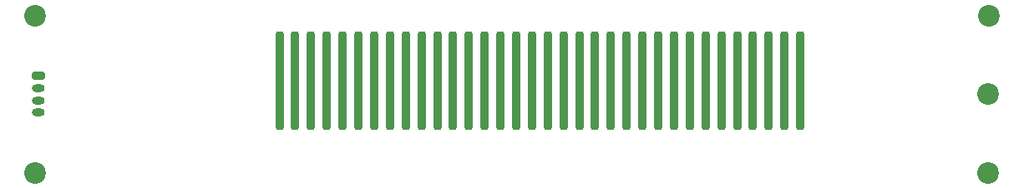
<source format=gbr>
%TF.GenerationSoftware,KiCad,Pcbnew,8.0.4*%
%TF.CreationDate,2024-08-04T13:50:59+08:00*%
%TF.ProjectId,mai-pico-nano-touch,6d61692d-7069-4636-9f2d-6e616e6f2d74,rev?*%
%TF.SameCoordinates,Original*%
%TF.FileFunction,Soldermask,Bot*%
%TF.FilePolarity,Negative*%
%FSLAX46Y46*%
G04 Gerber Fmt 4.6, Leading zero omitted, Abs format (unit mm)*
G04 Created by KiCad (PCBNEW 8.0.4) date 2024-08-04 13:50:59*
%MOMM*%
%LPD*%
G01*
G04 APERTURE LIST*
G04 Aperture macros list*
%AMRoundRect*
0 Rectangle with rounded corners*
0 $1 Rounding radius*
0 $2 $3 $4 $5 $6 $7 $8 $9 X,Y pos of 4 corners*
0 Add a 4 corners polygon primitive as box body*
4,1,4,$2,$3,$4,$5,$6,$7,$8,$9,$2,$3,0*
0 Add four circle primitives for the rounded corners*
1,1,$1+$1,$2,$3*
1,1,$1+$1,$4,$5*
1,1,$1+$1,$6,$7*
1,1,$1+$1,$8,$9*
0 Add four rect primitives between the rounded corners*
20,1,$1+$1,$2,$3,$4,$5,0*
20,1,$1+$1,$4,$5,$6,$7,0*
20,1,$1+$1,$6,$7,$8,$9,0*
20,1,$1+$1,$8,$9,$2,$3,0*%
G04 Aperture macros list end*
%ADD10C,2.200000*%
%ADD11RoundRect,0.200000X-0.450000X0.200000X-0.450000X-0.200000X0.450000X-0.200000X0.450000X0.200000X0*%
%ADD12O,1.300000X0.800000*%
%ADD13RoundRect,0.200000X0.200000X4.800000X-0.200000X4.800000X-0.200000X-4.800000X0.200000X-4.800000X0*%
G04 APERTURE END LIST*
D10*
%TO.C,REF\u002A\u002A*%
X51400000Y-92000000D03*
%TD*%
%TO.C,REF\u002A\u002A*%
X148100000Y-76000000D03*
%TD*%
D11*
%TO.C,J1*%
X51700000Y-82125000D03*
D12*
X51700000Y-83374999D03*
X51700000Y-84625000D03*
X51700000Y-85874999D03*
%TD*%
D10*
%TO.C,REF\u002A\u002A*%
X51400000Y-76000000D03*
%TD*%
%TO.C,REF\u002A\u002A*%
X148000000Y-92000000D03*
%TD*%
%TO.C,REF\u002A\u002A*%
X148000000Y-84000000D03*
%TD*%
D13*
%TO.C,J2*%
X128950000Y-82600000D03*
X127350000Y-82600000D03*
X125750000Y-82600000D03*
X124150000Y-82600000D03*
X122550000Y-82600000D03*
X120950000Y-82600000D03*
X119350000Y-82600000D03*
X117750000Y-82600000D03*
X116150000Y-82600000D03*
X114550000Y-82600000D03*
X112950000Y-82600000D03*
X111350000Y-82600000D03*
X109750000Y-82600000D03*
X108150000Y-82600000D03*
X106550000Y-82600000D03*
X104950000Y-82600000D03*
X103350000Y-82600000D03*
X101750000Y-82600000D03*
X100150000Y-82600000D03*
X98550000Y-82600000D03*
X96950000Y-82600000D03*
X95350000Y-82600000D03*
X93750000Y-82600000D03*
X92150000Y-82600000D03*
X90550000Y-82600000D03*
X88950000Y-82600000D03*
X87350000Y-82600000D03*
X85750000Y-82600000D03*
X84150000Y-82600000D03*
X82550000Y-82600000D03*
X80950000Y-82600000D03*
X79350000Y-82600000D03*
X77750000Y-82600000D03*
X76150000Y-82600000D03*
%TD*%
M02*

</source>
